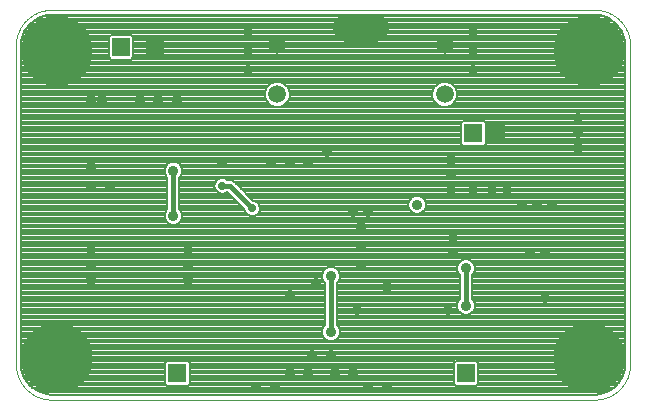
<source format=gbl>
G75*
%MOIN*%
%OFA0B0*%
%FSLAX25Y25*%
%IPPOS*%
%LPD*%
%AMOC8*
5,1,8,0,0,1.08239X$1,22.5*
%
%ADD10C,0.00394*%
%ADD11C,0.05906*%
%ADD12C,0.09449*%
%ADD13C,0.23622*%
%ADD14C,0.00800*%
%ADD15C,0.03562*%
%ADD16R,0.05906X0.05906*%
%ADD17C,0.02775*%
%ADD18C,0.01600*%
D10*
X0032280Y0024681D02*
X0213383Y0024681D01*
X0213668Y0024684D01*
X0213954Y0024695D01*
X0214239Y0024712D01*
X0214523Y0024736D01*
X0214807Y0024767D01*
X0215090Y0024805D01*
X0215371Y0024850D01*
X0215652Y0024901D01*
X0215932Y0024959D01*
X0216210Y0025024D01*
X0216486Y0025096D01*
X0216760Y0025174D01*
X0217033Y0025259D01*
X0217303Y0025351D01*
X0217571Y0025449D01*
X0217837Y0025553D01*
X0218100Y0025664D01*
X0218360Y0025781D01*
X0218618Y0025904D01*
X0218872Y0026034D01*
X0219123Y0026170D01*
X0219371Y0026311D01*
X0219615Y0026459D01*
X0219856Y0026612D01*
X0220092Y0026772D01*
X0220325Y0026937D01*
X0220554Y0027107D01*
X0220779Y0027283D01*
X0220999Y0027465D01*
X0221215Y0027651D01*
X0221426Y0027843D01*
X0221633Y0028040D01*
X0221835Y0028242D01*
X0222032Y0028449D01*
X0222224Y0028660D01*
X0222410Y0028876D01*
X0222592Y0029096D01*
X0222768Y0029321D01*
X0222938Y0029550D01*
X0223103Y0029783D01*
X0223263Y0030019D01*
X0223416Y0030260D01*
X0223564Y0030504D01*
X0223705Y0030752D01*
X0223841Y0031003D01*
X0223971Y0031257D01*
X0224094Y0031515D01*
X0224211Y0031775D01*
X0224322Y0032038D01*
X0224426Y0032304D01*
X0224524Y0032572D01*
X0224616Y0032842D01*
X0224701Y0033115D01*
X0224779Y0033389D01*
X0224851Y0033665D01*
X0224916Y0033943D01*
X0224974Y0034223D01*
X0225025Y0034504D01*
X0225070Y0034785D01*
X0225108Y0035068D01*
X0225139Y0035352D01*
X0225163Y0035636D01*
X0225180Y0035921D01*
X0225191Y0036207D01*
X0225194Y0036492D01*
X0225194Y0142791D01*
X0225191Y0143076D01*
X0225180Y0143362D01*
X0225163Y0143647D01*
X0225139Y0143931D01*
X0225108Y0144215D01*
X0225070Y0144498D01*
X0225025Y0144779D01*
X0224974Y0145060D01*
X0224916Y0145340D01*
X0224851Y0145618D01*
X0224779Y0145894D01*
X0224701Y0146168D01*
X0224616Y0146441D01*
X0224524Y0146711D01*
X0224426Y0146979D01*
X0224322Y0147245D01*
X0224211Y0147508D01*
X0224094Y0147768D01*
X0223971Y0148026D01*
X0223841Y0148280D01*
X0223705Y0148531D01*
X0223564Y0148779D01*
X0223416Y0149023D01*
X0223263Y0149264D01*
X0223103Y0149500D01*
X0222938Y0149733D01*
X0222768Y0149962D01*
X0222592Y0150187D01*
X0222410Y0150407D01*
X0222224Y0150623D01*
X0222032Y0150834D01*
X0221835Y0151041D01*
X0221633Y0151243D01*
X0221426Y0151440D01*
X0221215Y0151632D01*
X0220999Y0151818D01*
X0220779Y0152000D01*
X0220554Y0152176D01*
X0220325Y0152346D01*
X0220092Y0152511D01*
X0219856Y0152671D01*
X0219615Y0152824D01*
X0219371Y0152972D01*
X0219123Y0153113D01*
X0218872Y0153249D01*
X0218618Y0153379D01*
X0218360Y0153502D01*
X0218100Y0153619D01*
X0217837Y0153730D01*
X0217571Y0153834D01*
X0217303Y0153932D01*
X0217033Y0154024D01*
X0216760Y0154109D01*
X0216486Y0154187D01*
X0216210Y0154259D01*
X0215932Y0154324D01*
X0215652Y0154382D01*
X0215371Y0154433D01*
X0215090Y0154478D01*
X0214807Y0154516D01*
X0214523Y0154547D01*
X0214239Y0154571D01*
X0213954Y0154588D01*
X0213668Y0154599D01*
X0213383Y0154602D01*
X0032280Y0154602D01*
X0031995Y0154599D01*
X0031709Y0154588D01*
X0031424Y0154571D01*
X0031140Y0154547D01*
X0030856Y0154516D01*
X0030573Y0154478D01*
X0030292Y0154433D01*
X0030011Y0154382D01*
X0029731Y0154324D01*
X0029453Y0154259D01*
X0029177Y0154187D01*
X0028903Y0154109D01*
X0028630Y0154024D01*
X0028360Y0153932D01*
X0028092Y0153834D01*
X0027826Y0153730D01*
X0027563Y0153619D01*
X0027303Y0153502D01*
X0027045Y0153379D01*
X0026791Y0153249D01*
X0026540Y0153113D01*
X0026292Y0152972D01*
X0026048Y0152824D01*
X0025807Y0152671D01*
X0025571Y0152511D01*
X0025338Y0152346D01*
X0025109Y0152176D01*
X0024884Y0152000D01*
X0024664Y0151818D01*
X0024448Y0151632D01*
X0024237Y0151440D01*
X0024030Y0151243D01*
X0023828Y0151041D01*
X0023631Y0150834D01*
X0023439Y0150623D01*
X0023253Y0150407D01*
X0023071Y0150187D01*
X0022895Y0149962D01*
X0022725Y0149733D01*
X0022560Y0149500D01*
X0022400Y0149264D01*
X0022247Y0149023D01*
X0022099Y0148779D01*
X0021958Y0148531D01*
X0021822Y0148280D01*
X0021692Y0148026D01*
X0021569Y0147768D01*
X0021452Y0147508D01*
X0021341Y0147245D01*
X0021237Y0146979D01*
X0021139Y0146711D01*
X0021047Y0146441D01*
X0020962Y0146168D01*
X0020884Y0145894D01*
X0020812Y0145618D01*
X0020747Y0145340D01*
X0020689Y0145060D01*
X0020638Y0144779D01*
X0020593Y0144498D01*
X0020555Y0144215D01*
X0020524Y0143931D01*
X0020500Y0143647D01*
X0020483Y0143362D01*
X0020472Y0143076D01*
X0020469Y0142791D01*
X0020469Y0036492D01*
X0020472Y0036207D01*
X0020483Y0035921D01*
X0020500Y0035636D01*
X0020524Y0035352D01*
X0020555Y0035068D01*
X0020593Y0034785D01*
X0020638Y0034504D01*
X0020689Y0034223D01*
X0020747Y0033943D01*
X0020812Y0033665D01*
X0020884Y0033389D01*
X0020962Y0033115D01*
X0021047Y0032842D01*
X0021139Y0032572D01*
X0021237Y0032304D01*
X0021341Y0032038D01*
X0021452Y0031775D01*
X0021569Y0031515D01*
X0021692Y0031257D01*
X0021822Y0031003D01*
X0021958Y0030752D01*
X0022099Y0030504D01*
X0022247Y0030260D01*
X0022400Y0030019D01*
X0022560Y0029783D01*
X0022725Y0029550D01*
X0022895Y0029321D01*
X0023071Y0029096D01*
X0023253Y0028876D01*
X0023439Y0028660D01*
X0023631Y0028449D01*
X0023828Y0028242D01*
X0024030Y0028040D01*
X0024237Y0027843D01*
X0024448Y0027651D01*
X0024664Y0027465D01*
X0024884Y0027283D01*
X0025109Y0027107D01*
X0025338Y0026937D01*
X0025571Y0026772D01*
X0025807Y0026612D01*
X0026048Y0026459D01*
X0026292Y0026311D01*
X0026540Y0026170D01*
X0026791Y0026034D01*
X0027045Y0025904D01*
X0027303Y0025781D01*
X0027563Y0025664D01*
X0027826Y0025553D01*
X0028092Y0025449D01*
X0028360Y0025351D01*
X0028630Y0025259D01*
X0028903Y0025174D01*
X0029177Y0025096D01*
X0029453Y0025024D01*
X0029731Y0024959D01*
X0030011Y0024901D01*
X0030292Y0024850D01*
X0030573Y0024805D01*
X0030856Y0024767D01*
X0031140Y0024736D01*
X0031424Y0024712D01*
X0031709Y0024695D01*
X0031995Y0024684D01*
X0032280Y0024681D01*
D11*
X0107516Y0126413D03*
X0107516Y0142949D03*
X0163422Y0142949D03*
X0163422Y0126413D03*
D12*
X0140194Y0148461D02*
X0130745Y0148461D01*
D13*
X0211414Y0140823D03*
X0211414Y0038461D03*
X0034249Y0038461D03*
X0034249Y0140823D03*
D14*
X0022192Y0144389D02*
X0023179Y0147428D01*
X0025058Y0150014D01*
X0027643Y0151892D01*
X0030682Y0152880D01*
X0032280Y0153006D01*
X0213383Y0153006D01*
X0214980Y0152880D01*
X0218020Y0151892D01*
X0220605Y0150014D01*
X0222483Y0147428D01*
X0223471Y0144389D01*
X0223597Y0142791D01*
X0223597Y0036492D01*
X0223471Y0034894D01*
X0222483Y0031855D01*
X0220605Y0029270D01*
X0218020Y0027391D01*
X0214980Y0026404D01*
X0213383Y0026278D01*
X0032280Y0026278D01*
X0030682Y0026404D01*
X0027643Y0027391D01*
X0025058Y0029270D01*
X0023179Y0031855D01*
X0022192Y0034894D01*
X0022066Y0036492D01*
X0022066Y0142791D01*
X0022192Y0144389D01*
X0022214Y0144458D02*
X0051316Y0144458D01*
X0051316Y0145256D02*
X0022473Y0145256D01*
X0022733Y0146055D02*
X0051740Y0146055D01*
X0052019Y0146334D02*
X0051316Y0145631D01*
X0051316Y0138731D01*
X0052019Y0138028D01*
X0058919Y0138028D01*
X0059622Y0138731D01*
X0059622Y0145631D01*
X0058919Y0146334D01*
X0052019Y0146334D01*
X0051316Y0143659D02*
X0022134Y0143659D01*
X0022071Y0142861D02*
X0051316Y0142861D01*
X0051316Y0142062D02*
X0022066Y0142062D01*
X0022066Y0141264D02*
X0051316Y0141264D01*
X0051316Y0140465D02*
X0022066Y0140465D01*
X0022066Y0139667D02*
X0051316Y0139667D01*
X0051316Y0138868D02*
X0022066Y0138868D01*
X0022066Y0138070D02*
X0051978Y0138070D01*
X0058960Y0138070D02*
X0223597Y0138070D01*
X0223597Y0138868D02*
X0059622Y0138868D01*
X0059622Y0139667D02*
X0223597Y0139667D01*
X0223597Y0140465D02*
X0059622Y0140465D01*
X0059622Y0141264D02*
X0223597Y0141264D01*
X0223597Y0142062D02*
X0059622Y0142062D01*
X0059622Y0142861D02*
X0223591Y0142861D01*
X0223528Y0143659D02*
X0059622Y0143659D01*
X0059622Y0144458D02*
X0223449Y0144458D01*
X0223189Y0145256D02*
X0059622Y0145256D01*
X0059198Y0146055D02*
X0222930Y0146055D01*
X0222670Y0146853D02*
X0022992Y0146853D01*
X0023342Y0147652D02*
X0222321Y0147652D01*
X0221741Y0148450D02*
X0023922Y0148450D01*
X0024502Y0149249D02*
X0221161Y0149249D01*
X0220559Y0150047D02*
X0025104Y0150047D01*
X0026203Y0150846D02*
X0219460Y0150846D01*
X0218361Y0151644D02*
X0027302Y0151644D01*
X0029338Y0152443D02*
X0216325Y0152443D01*
X0223597Y0137271D02*
X0022066Y0137271D01*
X0022066Y0136473D02*
X0223597Y0136473D01*
X0223597Y0135674D02*
X0022066Y0135674D01*
X0022066Y0134876D02*
X0223597Y0134876D01*
X0223597Y0134077D02*
X0022066Y0134077D01*
X0022066Y0133279D02*
X0223597Y0133279D01*
X0223597Y0132480D02*
X0022066Y0132480D01*
X0022066Y0131682D02*
X0223597Y0131682D01*
X0223597Y0130883D02*
X0022066Y0130883D01*
X0022066Y0130085D02*
X0105528Y0130085D01*
X0105164Y0129934D02*
X0103996Y0128766D01*
X0103364Y0127239D01*
X0103364Y0125587D01*
X0103996Y0124061D01*
X0105164Y0122893D01*
X0106690Y0122261D01*
X0108342Y0122261D01*
X0109869Y0122893D01*
X0111037Y0124061D01*
X0111669Y0125587D01*
X0111669Y0127239D01*
X0111037Y0128766D01*
X0109869Y0129934D01*
X0108342Y0130566D01*
X0106690Y0130566D01*
X0105164Y0129934D01*
X0104516Y0129286D02*
X0022066Y0129286D01*
X0022066Y0128488D02*
X0103881Y0128488D01*
X0103550Y0127689D02*
X0022066Y0127689D01*
X0022066Y0126891D02*
X0103364Y0126891D01*
X0103364Y0126092D02*
X0022066Y0126092D01*
X0022066Y0125294D02*
X0103485Y0125294D01*
X0103816Y0124495D02*
X0022066Y0124495D01*
X0022066Y0123697D02*
X0104360Y0123697D01*
X0105159Y0122898D02*
X0022066Y0122898D01*
X0022066Y0122099D02*
X0223597Y0122099D01*
X0223597Y0121301D02*
X0022066Y0121301D01*
X0022066Y0120502D02*
X0223597Y0120502D01*
X0223597Y0119704D02*
X0022066Y0119704D01*
X0022066Y0118905D02*
X0223597Y0118905D01*
X0223597Y0118107D02*
X0022066Y0118107D01*
X0022066Y0117308D02*
X0169244Y0117308D01*
X0169519Y0117584D02*
X0168816Y0116881D01*
X0168816Y0109981D01*
X0169519Y0109278D01*
X0176419Y0109278D01*
X0177122Y0109981D01*
X0177122Y0116881D01*
X0176419Y0117584D01*
X0169519Y0117584D01*
X0168816Y0116510D02*
X0022066Y0116510D01*
X0022066Y0115711D02*
X0168816Y0115711D01*
X0168816Y0114913D02*
X0022066Y0114913D01*
X0022066Y0114114D02*
X0168816Y0114114D01*
X0168816Y0113316D02*
X0022066Y0113316D01*
X0022066Y0112517D02*
X0168816Y0112517D01*
X0168816Y0111719D02*
X0022066Y0111719D01*
X0022066Y0110920D02*
X0168816Y0110920D01*
X0168816Y0110122D02*
X0022066Y0110122D01*
X0022066Y0109323D02*
X0169474Y0109323D01*
X0176464Y0109323D02*
X0223597Y0109323D01*
X0223597Y0108525D02*
X0022066Y0108525D01*
X0022066Y0107726D02*
X0223597Y0107726D01*
X0223597Y0106928D02*
X0022066Y0106928D01*
X0022066Y0106129D02*
X0223597Y0106129D01*
X0223597Y0105331D02*
X0022066Y0105331D01*
X0022066Y0104532D02*
X0223597Y0104532D01*
X0223597Y0103734D02*
X0073993Y0103734D01*
X0073562Y0103912D02*
X0072376Y0103912D01*
X0071280Y0103458D01*
X0070442Y0102620D01*
X0069988Y0101524D01*
X0069988Y0100338D01*
X0070442Y0099242D01*
X0070969Y0098715D01*
X0070969Y0088147D01*
X0070442Y0087620D01*
X0069988Y0086524D01*
X0069988Y0085338D01*
X0070442Y0084242D01*
X0071280Y0083404D01*
X0072376Y0082950D01*
X0073562Y0082950D01*
X0074658Y0083404D01*
X0075496Y0084242D01*
X0075950Y0085338D01*
X0075950Y0086524D01*
X0075496Y0087620D01*
X0074969Y0088147D01*
X0074969Y0098715D01*
X0075496Y0099242D01*
X0075950Y0100338D01*
X0075950Y0101524D01*
X0075496Y0102620D01*
X0074658Y0103458D01*
X0073562Y0103912D01*
X0071945Y0103734D02*
X0022066Y0103734D01*
X0022066Y0102935D02*
X0070757Y0102935D01*
X0070242Y0102137D02*
X0022066Y0102137D01*
X0022066Y0101338D02*
X0069988Y0101338D01*
X0069988Y0100540D02*
X0022066Y0100540D01*
X0022066Y0099741D02*
X0070235Y0099741D01*
X0070742Y0098943D02*
X0022066Y0098943D01*
X0022066Y0098144D02*
X0070969Y0098144D01*
X0070969Y0097346D02*
X0022066Y0097346D01*
X0022066Y0096547D02*
X0070969Y0096547D01*
X0070969Y0095749D02*
X0022066Y0095749D01*
X0022066Y0094950D02*
X0070969Y0094950D01*
X0070969Y0094152D02*
X0022066Y0094152D01*
X0022066Y0093353D02*
X0070969Y0093353D01*
X0070969Y0092555D02*
X0022066Y0092555D01*
X0022066Y0091756D02*
X0070969Y0091756D01*
X0070969Y0090958D02*
X0022066Y0090958D01*
X0022066Y0090159D02*
X0070969Y0090159D01*
X0070969Y0089361D02*
X0022066Y0089361D01*
X0022066Y0088562D02*
X0070969Y0088562D01*
X0070586Y0087763D02*
X0022066Y0087763D01*
X0022066Y0086965D02*
X0070171Y0086965D01*
X0069988Y0086166D02*
X0022066Y0086166D01*
X0022066Y0085368D02*
X0069988Y0085368D01*
X0070306Y0084569D02*
X0022066Y0084569D01*
X0022066Y0083771D02*
X0070913Y0083771D01*
X0072322Y0082972D02*
X0022066Y0082972D01*
X0022066Y0082174D02*
X0223597Y0082174D01*
X0223597Y0082972D02*
X0073616Y0082972D01*
X0075025Y0083771D02*
X0223597Y0083771D01*
X0223597Y0084569D02*
X0075632Y0084569D01*
X0075950Y0085368D02*
X0223597Y0085368D01*
X0223597Y0086166D02*
X0100513Y0086166D01*
X0100685Y0086238D02*
X0101413Y0086965D01*
X0101807Y0087916D01*
X0101807Y0088946D01*
X0101413Y0089897D01*
X0100685Y0090625D01*
X0099734Y0091018D01*
X0099460Y0091018D01*
X0093719Y0096760D01*
X0092548Y0097931D01*
X0090878Y0097931D01*
X0090685Y0098125D01*
X0089734Y0098518D01*
X0088704Y0098518D01*
X0087754Y0098125D01*
X0087026Y0097397D01*
X0086632Y0096446D01*
X0086632Y0095416D01*
X0087026Y0094465D01*
X0087754Y0093738D01*
X0088704Y0093344D01*
X0089734Y0093344D01*
X0090685Y0093738D01*
X0090878Y0093931D01*
X0090891Y0093931D01*
X0096632Y0088190D01*
X0096632Y0087916D01*
X0097026Y0086965D01*
X0075768Y0086965D01*
X0075950Y0086166D02*
X0097925Y0086166D01*
X0097754Y0086238D02*
X0098704Y0085844D01*
X0099734Y0085844D01*
X0100685Y0086238D01*
X0101412Y0086965D02*
X0152986Y0086965D01*
X0152530Y0087154D02*
X0153626Y0086700D01*
X0154812Y0086700D01*
X0155908Y0087154D01*
X0156746Y0087992D01*
X0157200Y0089088D01*
X0157200Y0090274D01*
X0156746Y0091370D01*
X0155908Y0092208D01*
X0154812Y0092662D01*
X0153626Y0092662D01*
X0152530Y0092208D01*
X0151692Y0091370D01*
X0151238Y0090274D01*
X0151238Y0089088D01*
X0151692Y0087992D01*
X0152530Y0087154D01*
X0151921Y0087763D02*
X0101743Y0087763D01*
X0101807Y0088562D02*
X0151456Y0088562D01*
X0151238Y0089361D02*
X0101635Y0089361D01*
X0101150Y0090159D02*
X0151238Y0090159D01*
X0151521Y0090958D02*
X0099881Y0090958D01*
X0098723Y0091756D02*
X0152078Y0091756D01*
X0153366Y0092555D02*
X0097924Y0092555D01*
X0097126Y0093353D02*
X0223597Y0093353D01*
X0223597Y0092555D02*
X0155072Y0092555D01*
X0156360Y0091756D02*
X0223597Y0091756D01*
X0223597Y0090958D02*
X0156917Y0090958D01*
X0157200Y0090159D02*
X0223597Y0090159D01*
X0223597Y0089361D02*
X0157200Y0089361D01*
X0156982Y0088562D02*
X0223597Y0088562D01*
X0223597Y0087763D02*
X0156517Y0087763D01*
X0155452Y0086965D02*
X0223597Y0086965D01*
X0223597Y0081375D02*
X0022066Y0081375D01*
X0022066Y0080577D02*
X0223597Y0080577D01*
X0223597Y0079778D02*
X0022066Y0079778D01*
X0022066Y0078980D02*
X0223597Y0078980D01*
X0223597Y0078181D02*
X0022066Y0078181D01*
X0022066Y0077383D02*
X0223597Y0077383D01*
X0223597Y0076584D02*
X0022066Y0076584D01*
X0022066Y0075786D02*
X0223597Y0075786D01*
X0223597Y0074987D02*
X0022066Y0074987D01*
X0022066Y0074189D02*
X0223597Y0074189D01*
X0223597Y0073390D02*
X0022066Y0073390D01*
X0022066Y0072592D02*
X0223597Y0072592D01*
X0223597Y0071793D02*
X0022066Y0071793D01*
X0022066Y0070995D02*
X0168868Y0070995D01*
X0168780Y0070958D02*
X0167942Y0070120D01*
X0167488Y0069024D01*
X0167488Y0067838D01*
X0167942Y0066742D01*
X0168469Y0066215D01*
X0168469Y0058147D01*
X0167942Y0057620D01*
X0167488Y0056524D01*
X0167488Y0055338D01*
X0167942Y0054242D01*
X0168780Y0053404D01*
X0169876Y0052950D01*
X0171062Y0052950D01*
X0172158Y0053404D01*
X0172996Y0054242D01*
X0173450Y0055338D01*
X0173450Y0056524D01*
X0172996Y0057620D01*
X0172469Y0058147D01*
X0172469Y0066215D01*
X0172996Y0066742D01*
X0173450Y0067838D01*
X0173450Y0069024D01*
X0172996Y0070120D01*
X0172158Y0070958D01*
X0171062Y0071412D01*
X0169876Y0071412D01*
X0168780Y0070958D01*
X0168018Y0070196D02*
X0022066Y0070196D01*
X0022066Y0069398D02*
X0167643Y0069398D01*
X0167488Y0068599D02*
X0126818Y0068599D01*
X0127158Y0068458D02*
X0126062Y0068912D01*
X0124876Y0068912D01*
X0123780Y0068458D01*
X0122942Y0067620D01*
X0122488Y0066524D01*
X0122488Y0065338D01*
X0122942Y0064242D01*
X0123469Y0063715D01*
X0123469Y0049397D01*
X0122942Y0048870D01*
X0122488Y0047774D01*
X0122488Y0046588D01*
X0122942Y0045492D01*
X0123780Y0044654D01*
X0124876Y0044200D01*
X0126062Y0044200D01*
X0127158Y0044654D01*
X0127996Y0045492D01*
X0128450Y0046588D01*
X0128450Y0047774D01*
X0127996Y0048870D01*
X0127469Y0049397D01*
X0127469Y0063715D01*
X0127996Y0064242D01*
X0128450Y0065338D01*
X0128450Y0066524D01*
X0127996Y0067620D01*
X0127158Y0068458D01*
X0127815Y0067801D02*
X0167504Y0067801D01*
X0167834Y0067002D02*
X0128252Y0067002D01*
X0128450Y0066204D02*
X0168469Y0066204D01*
X0168469Y0065405D02*
X0128450Y0065405D01*
X0128147Y0064607D02*
X0168469Y0064607D01*
X0168469Y0063808D02*
X0127562Y0063808D01*
X0127469Y0063010D02*
X0168469Y0063010D01*
X0168469Y0062211D02*
X0127469Y0062211D01*
X0127469Y0061413D02*
X0168469Y0061413D01*
X0168469Y0060614D02*
X0127469Y0060614D01*
X0127469Y0059816D02*
X0168469Y0059816D01*
X0168469Y0059017D02*
X0127469Y0059017D01*
X0127469Y0058219D02*
X0168469Y0058219D01*
X0167859Y0057420D02*
X0127469Y0057420D01*
X0127469Y0056622D02*
X0167528Y0056622D01*
X0167488Y0055823D02*
X0127469Y0055823D01*
X0127469Y0055025D02*
X0167618Y0055025D01*
X0167958Y0054226D02*
X0127469Y0054226D01*
X0127469Y0053428D02*
X0168757Y0053428D01*
X0172181Y0053428D02*
X0223597Y0053428D01*
X0223597Y0054226D02*
X0172980Y0054226D01*
X0173320Y0055025D02*
X0223597Y0055025D01*
X0223597Y0055823D02*
X0173450Y0055823D01*
X0173410Y0056622D02*
X0223597Y0056622D01*
X0223597Y0057420D02*
X0173079Y0057420D01*
X0172469Y0058219D02*
X0223597Y0058219D01*
X0223597Y0059017D02*
X0172469Y0059017D01*
X0172469Y0059816D02*
X0223597Y0059816D01*
X0223597Y0060614D02*
X0172469Y0060614D01*
X0172469Y0061413D02*
X0223597Y0061413D01*
X0223597Y0062211D02*
X0172469Y0062211D01*
X0172469Y0063010D02*
X0223597Y0063010D01*
X0223597Y0063808D02*
X0172469Y0063808D01*
X0172469Y0064607D02*
X0223597Y0064607D01*
X0223597Y0065405D02*
X0172469Y0065405D01*
X0172469Y0066204D02*
X0223597Y0066204D01*
X0223597Y0067002D02*
X0173104Y0067002D01*
X0173435Y0067801D02*
X0223597Y0067801D01*
X0223597Y0068599D02*
X0173450Y0068599D01*
X0173295Y0069398D02*
X0223597Y0069398D01*
X0223597Y0070196D02*
X0172920Y0070196D01*
X0172070Y0070995D02*
X0223597Y0070995D01*
X0223597Y0052629D02*
X0127469Y0052629D01*
X0127469Y0051830D02*
X0223597Y0051830D01*
X0223597Y0051032D02*
X0127469Y0051032D01*
X0127469Y0050233D02*
X0223597Y0050233D01*
X0223597Y0049435D02*
X0127469Y0049435D01*
X0128093Y0048636D02*
X0223597Y0048636D01*
X0223597Y0047838D02*
X0128424Y0047838D01*
X0128450Y0047039D02*
X0223597Y0047039D01*
X0223597Y0046241D02*
X0128306Y0046241D01*
X0127946Y0045442D02*
X0223597Y0045442D01*
X0223597Y0044644D02*
X0127134Y0044644D01*
X0123805Y0044644D02*
X0022066Y0044644D01*
X0022066Y0045442D02*
X0122992Y0045442D01*
X0122632Y0046241D02*
X0022066Y0046241D01*
X0022066Y0047039D02*
X0122488Y0047039D01*
X0122515Y0047838D02*
X0022066Y0047838D01*
X0022066Y0048636D02*
X0122845Y0048636D01*
X0123469Y0049435D02*
X0022066Y0049435D01*
X0022066Y0050233D02*
X0123469Y0050233D01*
X0123469Y0051032D02*
X0022066Y0051032D01*
X0022066Y0051830D02*
X0123469Y0051830D01*
X0123469Y0052629D02*
X0022066Y0052629D01*
X0022066Y0053428D02*
X0123469Y0053428D01*
X0123469Y0054226D02*
X0022066Y0054226D01*
X0022066Y0055025D02*
X0123469Y0055025D01*
X0123469Y0055823D02*
X0022066Y0055823D01*
X0022066Y0056622D02*
X0123469Y0056622D01*
X0123469Y0057420D02*
X0022066Y0057420D01*
X0022066Y0058219D02*
X0123469Y0058219D01*
X0123469Y0059017D02*
X0022066Y0059017D01*
X0022066Y0059816D02*
X0123469Y0059816D01*
X0123469Y0060614D02*
X0022066Y0060614D01*
X0022066Y0061413D02*
X0123469Y0061413D01*
X0123469Y0062211D02*
X0022066Y0062211D01*
X0022066Y0063010D02*
X0123469Y0063010D01*
X0123376Y0063808D02*
X0022066Y0063808D01*
X0022066Y0064607D02*
X0122791Y0064607D01*
X0122488Y0065405D02*
X0022066Y0065405D01*
X0022066Y0066204D02*
X0122488Y0066204D01*
X0122686Y0067002D02*
X0022066Y0067002D01*
X0022066Y0067801D02*
X0123123Y0067801D01*
X0124121Y0068599D02*
X0022066Y0068599D01*
X0022066Y0043845D02*
X0223597Y0043845D01*
X0223597Y0043047D02*
X0022066Y0043047D01*
X0022066Y0042248D02*
X0223597Y0042248D01*
X0223597Y0041450D02*
X0022066Y0041450D01*
X0022066Y0040651D02*
X0223597Y0040651D01*
X0223597Y0039853D02*
X0022066Y0039853D01*
X0022066Y0039054D02*
X0223597Y0039054D01*
X0223597Y0038256D02*
X0022066Y0038256D01*
X0022066Y0037457D02*
X0070643Y0037457D01*
X0070769Y0037584D02*
X0070066Y0036881D01*
X0070066Y0029981D01*
X0070769Y0029278D01*
X0077669Y0029278D01*
X0078372Y0029981D01*
X0078372Y0036881D01*
X0077669Y0037584D01*
X0070769Y0037584D01*
X0070066Y0036659D02*
X0022066Y0036659D01*
X0022116Y0035860D02*
X0070066Y0035860D01*
X0070066Y0035062D02*
X0022179Y0035062D01*
X0022397Y0034263D02*
X0070066Y0034263D01*
X0070066Y0033465D02*
X0022656Y0033465D01*
X0022916Y0032666D02*
X0070066Y0032666D01*
X0070066Y0031868D02*
X0023175Y0031868D01*
X0023750Y0031069D02*
X0070066Y0031069D01*
X0070066Y0030271D02*
X0024330Y0030271D01*
X0024911Y0029472D02*
X0070576Y0029472D01*
X0077863Y0029472D02*
X0166826Y0029472D01*
X0167019Y0029278D02*
X0173919Y0029278D01*
X0174622Y0029981D01*
X0174622Y0036881D01*
X0173919Y0037584D01*
X0167019Y0037584D01*
X0166316Y0036881D01*
X0166316Y0029981D01*
X0167019Y0029278D01*
X0166316Y0030271D02*
X0078372Y0030271D01*
X0078372Y0031069D02*
X0166316Y0031069D01*
X0166316Y0031868D02*
X0078372Y0031868D01*
X0078372Y0032666D02*
X0166316Y0032666D01*
X0166316Y0033465D02*
X0078372Y0033465D01*
X0078372Y0034263D02*
X0166316Y0034263D01*
X0166316Y0035062D02*
X0078372Y0035062D01*
X0078372Y0035860D02*
X0166316Y0035860D01*
X0166316Y0036659D02*
X0078372Y0036659D01*
X0077796Y0037457D02*
X0166893Y0037457D01*
X0174046Y0037457D02*
X0223597Y0037457D01*
X0223597Y0036659D02*
X0174622Y0036659D01*
X0174622Y0035860D02*
X0223547Y0035860D01*
X0223484Y0035062D02*
X0174622Y0035062D01*
X0174622Y0034263D02*
X0223266Y0034263D01*
X0223006Y0033465D02*
X0174622Y0033465D01*
X0174622Y0032666D02*
X0222747Y0032666D01*
X0222488Y0031868D02*
X0174622Y0031868D01*
X0174622Y0031069D02*
X0221913Y0031069D01*
X0221332Y0030271D02*
X0174622Y0030271D01*
X0174113Y0029472D02*
X0220752Y0029472D01*
X0219785Y0028674D02*
X0025878Y0028674D01*
X0026977Y0027875D02*
X0218686Y0027875D01*
X0217052Y0027077D02*
X0028611Y0027077D01*
X0032278Y0026278D02*
X0213385Y0026278D01*
X0223597Y0094152D02*
X0096327Y0094152D01*
X0095529Y0094950D02*
X0223597Y0094950D01*
X0223597Y0095749D02*
X0094730Y0095749D01*
X0093932Y0096547D02*
X0223597Y0096547D01*
X0223597Y0097346D02*
X0093133Y0097346D01*
X0090638Y0098144D02*
X0223597Y0098144D01*
X0223597Y0098943D02*
X0075197Y0098943D01*
X0074969Y0098144D02*
X0087801Y0098144D01*
X0087005Y0097346D02*
X0074969Y0097346D01*
X0074969Y0096547D02*
X0086674Y0096547D01*
X0086632Y0095749D02*
X0074969Y0095749D01*
X0074969Y0094950D02*
X0086825Y0094950D01*
X0087340Y0094152D02*
X0074969Y0094152D01*
X0074969Y0093353D02*
X0088682Y0093353D01*
X0089756Y0093353D02*
X0091469Y0093353D01*
X0092267Y0092555D02*
X0074969Y0092555D01*
X0074969Y0091756D02*
X0093066Y0091756D01*
X0093864Y0090958D02*
X0074969Y0090958D01*
X0074969Y0090159D02*
X0094663Y0090159D01*
X0095461Y0089361D02*
X0074969Y0089361D01*
X0074969Y0088562D02*
X0096260Y0088562D01*
X0096695Y0087763D02*
X0075353Y0087763D01*
X0075703Y0099741D02*
X0223597Y0099741D01*
X0223597Y0100540D02*
X0075950Y0100540D01*
X0075950Y0101338D02*
X0223597Y0101338D01*
X0223597Y0102137D02*
X0075696Y0102137D01*
X0075181Y0102935D02*
X0223597Y0102935D01*
X0223597Y0110122D02*
X0177122Y0110122D01*
X0177122Y0110920D02*
X0223597Y0110920D01*
X0223597Y0111719D02*
X0177122Y0111719D01*
X0177122Y0112517D02*
X0223597Y0112517D01*
X0223597Y0113316D02*
X0177122Y0113316D01*
X0177122Y0114114D02*
X0223597Y0114114D01*
X0223597Y0114913D02*
X0177122Y0114913D01*
X0177122Y0115711D02*
X0223597Y0115711D01*
X0223597Y0116510D02*
X0177122Y0116510D01*
X0176694Y0117308D02*
X0223597Y0117308D01*
X0223597Y0122898D02*
X0165779Y0122898D01*
X0165774Y0122893D02*
X0166942Y0124061D01*
X0167575Y0125587D01*
X0167575Y0127239D01*
X0166942Y0128766D01*
X0165774Y0129934D01*
X0164248Y0130566D01*
X0162596Y0130566D01*
X0161070Y0129934D01*
X0159901Y0128766D01*
X0159269Y0127239D01*
X0159269Y0125587D01*
X0159901Y0124061D01*
X0161070Y0122893D01*
X0162596Y0122261D01*
X0164248Y0122261D01*
X0165774Y0122893D01*
X0166578Y0123697D02*
X0223597Y0123697D01*
X0223597Y0124495D02*
X0167122Y0124495D01*
X0167453Y0125294D02*
X0223597Y0125294D01*
X0223597Y0126092D02*
X0167575Y0126092D01*
X0167575Y0126891D02*
X0223597Y0126891D01*
X0223597Y0127689D02*
X0167388Y0127689D01*
X0167058Y0128488D02*
X0223597Y0128488D01*
X0223597Y0129286D02*
X0166422Y0129286D01*
X0165410Y0130085D02*
X0223597Y0130085D01*
X0161433Y0130085D02*
X0109505Y0130085D01*
X0110517Y0129286D02*
X0160422Y0129286D01*
X0159786Y0128488D02*
X0111152Y0128488D01*
X0111483Y0127689D02*
X0159455Y0127689D01*
X0159269Y0126891D02*
X0111669Y0126891D01*
X0111669Y0126092D02*
X0159269Y0126092D01*
X0159391Y0125294D02*
X0111547Y0125294D01*
X0111217Y0124495D02*
X0159722Y0124495D01*
X0160266Y0123697D02*
X0110672Y0123697D01*
X0109874Y0122898D02*
X0161064Y0122898D01*
X0097754Y0086238D02*
X0097026Y0086965D01*
D15*
X0077969Y0074681D03*
X0077969Y0069681D03*
X0077969Y0064681D03*
X0072969Y0085931D03*
X0072969Y0100931D03*
X0089219Y0103431D03*
X0105469Y0103431D03*
X0111719Y0103431D03*
X0117969Y0103431D03*
X0124219Y0107181D03*
X0132969Y0087181D03*
X0137969Y0087181D03*
X0135469Y0082181D03*
X0135469Y0075931D03*
X0135469Y0069681D03*
X0125469Y0065931D03*
X0120469Y0063431D03*
X0111719Y0059681D03*
X0125469Y0047181D03*
X0125469Y0039681D03*
X0119219Y0039681D03*
X0117969Y0033431D03*
X0111719Y0033431D03*
X0106719Y0028431D03*
X0100469Y0028431D03*
X0126719Y0033431D03*
X0132969Y0033431D03*
X0137969Y0028431D03*
X0144219Y0028431D03*
X0134219Y0054681D03*
X0144219Y0062181D03*
X0164564Y0054494D03*
X0170469Y0055931D03*
X0170469Y0068431D03*
X0166001Y0073431D03*
X0166001Y0078431D03*
X0154219Y0089681D03*
X0165469Y0094681D03*
X0165469Y0099681D03*
X0165469Y0104681D03*
X0172969Y0094681D03*
X0179219Y0094681D03*
X0184219Y0094681D03*
X0189219Y0089681D03*
X0194219Y0089681D03*
X0199219Y0089681D03*
X0196719Y0073431D03*
X0191719Y0073431D03*
X0196719Y0058431D03*
X0207969Y0108431D03*
X0207969Y0113431D03*
X0207969Y0118431D03*
X0172969Y0134681D03*
X0172969Y0140931D03*
X0172969Y0147181D03*
X0097969Y0147181D03*
X0097969Y0140931D03*
X0097969Y0134681D03*
X0074219Y0124681D03*
X0067969Y0124681D03*
X0061719Y0124681D03*
X0049219Y0124681D03*
X0045469Y0124681D03*
X0045469Y0102181D03*
X0045469Y0095931D03*
X0051719Y0095931D03*
X0045469Y0074681D03*
X0045469Y0069681D03*
X0045469Y0064681D03*
D16*
X0074219Y0033431D03*
X0170469Y0033431D03*
X0172969Y0113431D03*
X0180469Y0113431D03*
X0066719Y0142181D03*
X0055469Y0142181D03*
D17*
X0089219Y0095931D03*
X0099219Y0088431D03*
D18*
X0091719Y0095931D01*
X0089219Y0095931D01*
X0072969Y0100931D02*
X0072969Y0085931D01*
X0125469Y0065931D02*
X0125469Y0047181D01*
X0170469Y0055931D02*
X0170469Y0068431D01*
M02*

</source>
